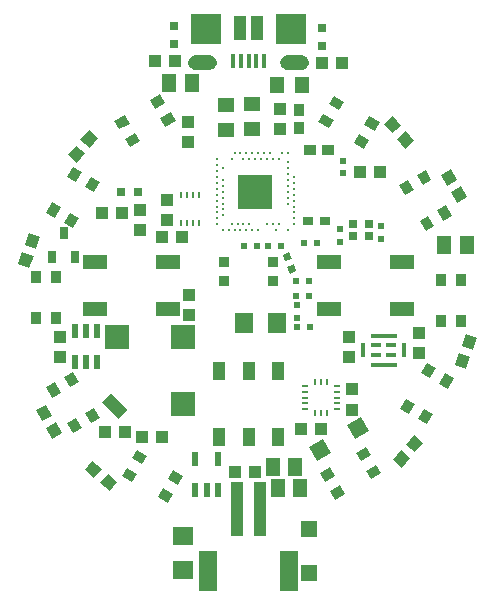
<source format=gbr>
G04 EAGLE Gerber RS-274X export*
G75*
%MOMM*%
%FSLAX34Y34*%
%LPD*%
%INSolderpaste Top*%
%IPPOS*%
%AMOC8*
5,1,8,0,0,1.08239X$1,22.5*%
G01*
%ADD10R,1.240000X1.500000*%
%ADD11R,1.075000X1.000000*%
%ADD12R,0.800000X0.800000*%
%ADD13R,0.900000X0.900000*%
%ADD14R,1.000000X1.075000*%
%ADD15R,1.000000X2.000000*%
%ADD16R,2.500000X2.500000*%
%ADD17R,0.300000X1.250000*%
%ADD18R,1.000000X4.600000*%
%ADD19R,1.600000X3.400000*%
%ADD20R,1.400000X1.400000*%
%ADD21R,1.400000X1.400000*%
%ADD22R,1.000000X1.500000*%
%ADD23R,2.000000X1.200000*%
%ADD24R,0.850000X1.000000*%
%ADD25R,0.500000X0.250000*%
%ADD26R,0.250000X0.500000*%
%ADD27R,0.600000X0.600000*%
%ADD28R,0.550000X1.200000*%
%ADD29R,2.000000X2.000000*%
%ADD30R,2.000000X1.000000*%
%ADD31R,1.803000X1.600000*%
%ADD32R,0.450000X1.200000*%
%ADD33R,2.200000X0.450000*%
%ADD34R,0.950000X0.450000*%
%ADD35R,3.000000X3.000000*%
%ADD36C,0.300000*%
%ADD37R,0.750000X0.700000*%
%ADD38R,1.200000X1.350000*%
%ADD39R,0.850000X0.800000*%
%ADD40R,1.350000X1.200000*%
%ADD41R,1.050000X0.900000*%
%ADD42R,0.900000X1.050000*%
%ADD43R,1.600000X1.800000*%
%ADD44R,0.275000X0.500000*%
%ADD45R,0.600000X0.600000*%
%ADD46R,0.635000X1.016000*%

G36*
X-33485Y193149D02*
X-33485Y193149D01*
X-33465Y193147D01*
X-32339Y193208D01*
X-32292Y193220D01*
X-32216Y193227D01*
X-31123Y193508D01*
X-31079Y193528D01*
X-31006Y193550D01*
X-29989Y194038D01*
X-29950Y194067D01*
X-29883Y194103D01*
X-28980Y194780D01*
X-28947Y194815D01*
X-28889Y194864D01*
X-28136Y195704D01*
X-28110Y195745D01*
X-28062Y195805D01*
X-27488Y196776D01*
X-27471Y196821D01*
X-27435Y196888D01*
X-27061Y197953D01*
X-27053Y198000D01*
X-27031Y198074D01*
X-26872Y199190D01*
X-26873Y199218D01*
X-26872Y199370D01*
X-27031Y200487D01*
X-27046Y200532D01*
X-27061Y200607D01*
X-27435Y201672D01*
X-27459Y201714D01*
X-27488Y201784D01*
X-28062Y202755D01*
X-28094Y202792D01*
X-28136Y202856D01*
X-28889Y203696D01*
X-28927Y203726D01*
X-28980Y203780D01*
X-29883Y204457D01*
X-29926Y204479D01*
X-29989Y204522D01*
X-31006Y205010D01*
X-31053Y205023D01*
X-31123Y205052D01*
X-32216Y205333D01*
X-32264Y205336D01*
X-32339Y205352D01*
X-33465Y205413D01*
X-33481Y205411D01*
X-33500Y205414D01*
X-44500Y205414D01*
X-44515Y205412D01*
X-44535Y205413D01*
X-45661Y205352D01*
X-45708Y205341D01*
X-45784Y205333D01*
X-46877Y205052D01*
X-46921Y205032D01*
X-46994Y205010D01*
X-48011Y204522D01*
X-48050Y204494D01*
X-48117Y204457D01*
X-49020Y203780D01*
X-49053Y203745D01*
X-49111Y203696D01*
X-49864Y202856D01*
X-49890Y202815D01*
X-49938Y202755D01*
X-50512Y201784D01*
X-50529Y201739D01*
X-50565Y201672D01*
X-50939Y200607D01*
X-50947Y200560D01*
X-50969Y200487D01*
X-51128Y199370D01*
X-51128Y199369D01*
X-51127Y199182D01*
X-50927Y197908D01*
X-50910Y197861D01*
X-50889Y197772D01*
X-50411Y196575D01*
X-50384Y196532D01*
X-50344Y196450D01*
X-49612Y195389D01*
X-49576Y195353D01*
X-49518Y195282D01*
X-48568Y194411D01*
X-48526Y194384D01*
X-48453Y194327D01*
X-47333Y193690D01*
X-47286Y193673D01*
X-47203Y193634D01*
X-45969Y193261D01*
X-45919Y193256D01*
X-45829Y193236D01*
X-44544Y193147D01*
X-44524Y193149D01*
X-44500Y193146D01*
X-33500Y193146D01*
X-33485Y193149D01*
G37*
G36*
X44515Y193149D02*
X44515Y193149D01*
X44535Y193147D01*
X45661Y193208D01*
X45708Y193220D01*
X45784Y193227D01*
X46877Y193508D01*
X46921Y193528D01*
X46994Y193550D01*
X48011Y194038D01*
X48050Y194067D01*
X48117Y194103D01*
X49020Y194780D01*
X49053Y194815D01*
X49111Y194864D01*
X49864Y195704D01*
X49890Y195745D01*
X49938Y195805D01*
X50512Y196776D01*
X50529Y196821D01*
X50565Y196888D01*
X50939Y197953D01*
X50947Y198000D01*
X50969Y198074D01*
X51128Y199190D01*
X51127Y199218D01*
X51128Y199370D01*
X50969Y200487D01*
X50954Y200532D01*
X50939Y200607D01*
X50565Y201672D01*
X50541Y201714D01*
X50512Y201784D01*
X49938Y202755D01*
X49906Y202792D01*
X49864Y202856D01*
X49111Y203696D01*
X49074Y203726D01*
X49020Y203780D01*
X48117Y204457D01*
X48074Y204479D01*
X48011Y204522D01*
X46994Y205010D01*
X46947Y205023D01*
X46877Y205052D01*
X45784Y205333D01*
X45736Y205336D01*
X45661Y205352D01*
X44535Y205413D01*
X44519Y205411D01*
X44500Y205414D01*
X33500Y205414D01*
X33485Y205412D01*
X33465Y205413D01*
X32339Y205352D01*
X32292Y205341D01*
X32216Y205333D01*
X31123Y205052D01*
X31079Y205032D01*
X31006Y205010D01*
X29989Y204522D01*
X29950Y204494D01*
X29883Y204457D01*
X28980Y203780D01*
X28947Y203745D01*
X28889Y203696D01*
X28136Y202856D01*
X28110Y202815D01*
X28062Y202755D01*
X27488Y201784D01*
X27471Y201739D01*
X27435Y201672D01*
X27061Y200607D01*
X27053Y200560D01*
X27031Y200487D01*
X26872Y199370D01*
X26872Y199369D01*
X26873Y199182D01*
X27073Y197908D01*
X27090Y197861D01*
X27111Y197772D01*
X27589Y196575D01*
X27616Y196532D01*
X27656Y196450D01*
X28388Y195389D01*
X28424Y195353D01*
X28482Y195282D01*
X29432Y194411D01*
X29474Y194384D01*
X29547Y194327D01*
X30667Y193690D01*
X30714Y193673D01*
X30797Y193634D01*
X32031Y193261D01*
X32081Y193256D01*
X32171Y193236D01*
X33456Y193147D01*
X33476Y193149D01*
X33500Y193146D01*
X44500Y193146D01*
X44515Y193149D01*
G37*
D10*
X39345Y-142875D03*
X20345Y-142875D03*
D11*
X-62366Y200254D03*
X-79366Y200254D03*
D12*
X-63500Y229750D03*
X-63500Y214750D03*
X62230Y228480D03*
X62230Y213480D03*
D13*
X-20500Y14606D03*
X-20500Y30606D03*
X20500Y30606D03*
X20500Y14606D03*
D14*
X-50800Y-14850D03*
X-50800Y2150D03*
D11*
X79493Y199187D03*
X62493Y199187D03*
D15*
X7500Y228280D03*
X-7500Y228280D03*
D16*
X36000Y227280D03*
X-36000Y227280D03*
D17*
X13000Y200530D03*
X6500Y200530D03*
X0Y200530D03*
X-6500Y200530D03*
X-13000Y200530D03*
D18*
X10000Y-178900D03*
X-10000Y-178900D03*
D19*
X34000Y-230900D03*
X-34000Y-230900D03*
D20*
G36*
X63112Y-119331D02*
X70112Y-131455D01*
X57988Y-138455D01*
X50988Y-126331D01*
X63112Y-119331D01*
G37*
G36*
X95155Y-100831D02*
X102155Y-112955D01*
X90031Y-119955D01*
X83031Y-107831D01*
X95155Y-100831D01*
G37*
D21*
X51435Y-233130D03*
X51435Y-196130D03*
D11*
X-11675Y-147320D03*
X5325Y-147320D03*
D10*
X43790Y-161290D03*
X24790Y-161290D03*
D22*
X-25000Y-62170D03*
X0Y-62170D03*
X25000Y-62170D03*
X25000Y-118170D03*
X0Y-118170D03*
X-25000Y-118170D03*
D23*
X-68060Y-9840D03*
X-130060Y-9840D03*
X-130060Y30160D03*
X-68060Y30160D03*
X130060Y-9840D03*
X68060Y-9840D03*
X68060Y30160D03*
X130060Y30160D03*
D24*
G36*
X133622Y-85605D02*
X140982Y-89855D01*
X135982Y-98515D01*
X128622Y-94265D01*
X133622Y-85605D01*
G37*
G36*
X151122Y-55295D02*
X158482Y-59545D01*
X153482Y-68205D01*
X146122Y-63955D01*
X151122Y-55295D01*
G37*
G36*
X148778Y-94355D02*
X156138Y-98605D01*
X151138Y-107265D01*
X143778Y-103015D01*
X148778Y-94355D01*
G37*
G36*
X166278Y-64045D02*
X173638Y-68295D01*
X168638Y-76955D01*
X161278Y-72705D01*
X166278Y-64045D01*
G37*
G36*
X69035Y-143582D02*
X73285Y-150942D01*
X64625Y-155942D01*
X60375Y-148582D01*
X69035Y-143582D01*
G37*
G36*
X99345Y-126082D02*
X103595Y-133442D01*
X94935Y-138442D01*
X90685Y-131082D01*
X99345Y-126082D01*
G37*
G36*
X77785Y-158738D02*
X82035Y-166098D01*
X73375Y-171098D01*
X69125Y-163738D01*
X77785Y-158738D01*
G37*
G36*
X108095Y-141238D02*
X112345Y-148598D01*
X103685Y-153598D01*
X99435Y-146238D01*
X108095Y-141238D01*
G37*
X162700Y-20040D03*
X162700Y14960D03*
X180200Y-20040D03*
X180200Y14960D03*
G36*
X144852Y65225D02*
X152212Y69475D01*
X157212Y60815D01*
X149852Y56565D01*
X144852Y65225D01*
G37*
G36*
X127352Y95535D02*
X134712Y99785D01*
X139712Y91125D01*
X132352Y86875D01*
X127352Y95535D01*
G37*
G36*
X160008Y73975D02*
X167368Y78225D01*
X172368Y69565D01*
X165008Y65315D01*
X160008Y73975D01*
G37*
G36*
X142508Y104285D02*
X149868Y108535D01*
X154868Y99875D01*
X147508Y95625D01*
X142508Y104285D01*
G37*
G36*
X89415Y131082D02*
X93665Y138442D01*
X102325Y133442D01*
X98075Y126082D01*
X89415Y131082D01*
G37*
G36*
X59105Y148582D02*
X63355Y155942D01*
X72015Y150942D01*
X67765Y143582D01*
X59105Y148582D01*
G37*
G36*
X98165Y146238D02*
X102415Y153598D01*
X111075Y148598D01*
X106825Y141238D01*
X98165Y146238D01*
G37*
G36*
X67855Y163738D02*
X72105Y171098D01*
X80765Y166098D01*
X76515Y158738D01*
X67855Y163738D01*
G37*
G36*
X-70305Y144852D02*
X-74555Y152212D01*
X-65895Y157212D01*
X-61645Y149852D01*
X-70305Y144852D01*
G37*
G36*
X-100615Y127352D02*
X-104865Y134712D01*
X-96205Y139712D01*
X-91955Y132352D01*
X-100615Y127352D01*
G37*
G36*
X-79055Y160008D02*
X-83305Y167368D01*
X-74645Y172368D01*
X-70395Y165008D01*
X-79055Y160008D01*
G37*
G36*
X-109365Y142508D02*
X-113615Y149868D01*
X-104955Y154868D01*
X-100705Y147508D01*
X-109365Y142508D01*
G37*
G36*
X-131082Y89415D02*
X-138442Y93665D01*
X-133442Y102325D01*
X-126082Y98075D01*
X-131082Y89415D01*
G37*
G36*
X-148582Y59105D02*
X-155942Y63355D01*
X-150942Y72015D01*
X-143582Y67765D01*
X-148582Y59105D01*
G37*
G36*
X-146238Y98165D02*
X-153598Y102415D01*
X-148598Y111075D01*
X-141238Y106825D01*
X-146238Y98165D01*
G37*
G36*
X-163738Y67855D02*
X-171098Y72105D01*
X-166098Y80765D01*
X-158738Y76515D01*
X-163738Y67855D01*
G37*
X-162700Y17500D03*
X-162700Y-17500D03*
X-180200Y17500D03*
X-180200Y-17500D03*
G36*
X-143582Y-71575D02*
X-150942Y-75825D01*
X-155942Y-67165D01*
X-148582Y-62915D01*
X-143582Y-71575D01*
G37*
G36*
X-126082Y-101885D02*
X-133442Y-106135D01*
X-138442Y-97475D01*
X-131082Y-93225D01*
X-126082Y-101885D01*
G37*
G36*
X-158738Y-80325D02*
X-166098Y-84575D01*
X-171098Y-75915D01*
X-163738Y-71665D01*
X-158738Y-80325D01*
G37*
G36*
X-141238Y-110635D02*
X-148598Y-114885D01*
X-153598Y-106225D01*
X-146238Y-101975D01*
X-141238Y-110635D01*
G37*
G36*
X-85605Y-133622D02*
X-89855Y-140982D01*
X-98515Y-135982D01*
X-94265Y-128622D01*
X-85605Y-133622D01*
G37*
G36*
X-55295Y-151122D02*
X-59545Y-158482D01*
X-68205Y-153482D01*
X-63955Y-146122D01*
X-55295Y-151122D01*
G37*
G36*
X-94355Y-148778D02*
X-98605Y-156138D01*
X-107265Y-151138D01*
X-103015Y-143778D01*
X-94355Y-148778D01*
G37*
G36*
X-64045Y-166278D02*
X-68295Y-173638D01*
X-76955Y-168638D01*
X-72705Y-161278D01*
X-64045Y-166278D01*
G37*
D25*
X75095Y-94455D03*
X75095Y-89455D03*
X75095Y-84455D03*
X75095Y-79455D03*
X75095Y-74455D03*
D26*
X66595Y-70955D03*
X61595Y-70955D03*
X56595Y-70955D03*
D25*
X48095Y-74455D03*
X48095Y-79455D03*
X48095Y-84455D03*
X48095Y-89455D03*
X48095Y-94455D03*
D26*
X56595Y-97955D03*
X61595Y-97955D03*
X66595Y-97955D03*
D12*
X-108338Y89408D03*
X-93338Y89408D03*
D14*
X-92253Y57743D03*
X-92253Y74743D03*
D27*
X80213Y106070D03*
X80213Y116230D03*
D11*
X111065Y106248D03*
X94065Y106248D03*
D28*
X-45060Y-162861D03*
X-35560Y-162861D03*
X-26060Y-162861D03*
X-26060Y-136859D03*
X-45060Y-136859D03*
D29*
X-111185Y-33595D03*
X-55185Y-33595D03*
X-55185Y-89595D03*
D30*
G36*
X-116720Y-80989D02*
X-102579Y-95130D01*
X-109650Y-102201D01*
X-123791Y-88060D01*
X-116720Y-80989D01*
G37*
D11*
X-124407Y71452D03*
X-107407Y71452D03*
D14*
X144145Y-29727D03*
X144145Y-46727D03*
D31*
X-55245Y-201680D03*
X-55245Y-230120D03*
D32*
X131800Y-44450D03*
X96800Y-44450D03*
D33*
X114300Y-56950D03*
X114300Y-31950D03*
D34*
X108050Y-48700D03*
X108050Y-40200D03*
X120550Y-40200D03*
X120550Y-48700D03*
D11*
X-73339Y-117983D03*
X-90339Y-117983D03*
D28*
X-128295Y-28275D03*
X-137795Y-28275D03*
X-147295Y-28275D03*
X-147295Y-54275D03*
X-137795Y-54275D03*
X-128295Y-54275D03*
D11*
X-104530Y-113665D03*
X-121530Y-113665D03*
D14*
X-160020Y-50410D03*
X-160020Y-33410D03*
X87732Y-77581D03*
X87732Y-94581D03*
X85090Y-49775D03*
X85090Y-32775D03*
D35*
X5715Y89789D03*
D36*
X5715Y117289D03*
X10715Y117289D03*
X15715Y117289D03*
X20715Y117289D03*
X25715Y117289D03*
X28215Y122289D03*
X18215Y122289D03*
X13215Y122289D03*
X8215Y122289D03*
X3215Y122289D03*
X715Y117289D03*
X-4285Y117289D03*
X-1785Y122289D03*
X-6785Y122289D03*
X-11785Y122289D03*
X-14285Y117289D03*
X-26785Y117289D03*
X-26785Y112289D03*
X-21785Y109789D03*
X-26785Y107289D03*
X-26785Y102289D03*
X-26785Y97289D03*
X-26785Y92289D03*
X-26785Y87289D03*
X-26785Y82289D03*
X-26785Y77289D03*
X-26785Y72289D03*
X-26785Y67289D03*
X-26785Y62289D03*
X-21785Y69789D03*
X-21785Y74789D03*
X-21785Y79789D03*
X-21785Y84789D03*
X-21785Y89789D03*
X-21785Y94789D03*
X-21785Y99789D03*
X-14285Y62289D03*
X-16785Y57289D03*
X-21785Y57289D03*
X-11785Y57289D03*
X-9285Y62289D03*
X-6785Y57289D03*
X-4285Y62289D03*
X715Y62289D03*
X-1785Y57289D03*
X3215Y57289D03*
X8215Y57289D03*
X15715Y62289D03*
X20715Y62289D03*
X23215Y57289D03*
X25715Y62289D03*
X33215Y57289D03*
X33215Y122289D03*
X33215Y109789D03*
X33215Y104789D03*
X33215Y99789D03*
X38215Y97289D03*
X33215Y94789D03*
X38215Y92289D03*
X33215Y89789D03*
X38215Y87289D03*
X33215Y84789D03*
X38215Y82289D03*
X33215Y79789D03*
X38215Y77289D03*
X38215Y72289D03*
X38215Y67289D03*
X38215Y62289D03*
X33215Y114789D03*
X38215Y102289D03*
D27*
X40767Y-6438D03*
X40767Y-17438D03*
X40601Y1143D03*
X51601Y1143D03*
X40728Y-25019D03*
X51728Y-25019D03*
D37*
X88525Y52252D03*
X102025Y52252D03*
X102025Y62252D03*
X88525Y62252D03*
D27*
X112547Y60567D03*
X112547Y49567D03*
X77140Y57926D03*
X77140Y46926D03*
X46672Y46558D03*
X57672Y46558D03*
X6770Y43688D03*
X-4230Y43688D03*
D38*
X23925Y180340D03*
X44925Y180340D03*
D39*
X50404Y64872D03*
X64404Y64872D03*
D40*
X-19177Y142060D03*
X-19177Y163060D03*
X3251Y142772D03*
X3251Y163772D03*
D41*
X67690Y125095D03*
X51690Y125095D03*
D42*
X42672Y143384D03*
X42672Y159384D03*
D43*
X24160Y-21717D03*
X-3840Y-21717D03*
D44*
X-57030Y63184D03*
X-52030Y63184D03*
X-47030Y63184D03*
X-42030Y63184D03*
X-57030Y87184D03*
X-52030Y87184D03*
X-47030Y87184D03*
X-42030Y87184D03*
D11*
G36*
X133347Y140875D02*
X140257Y132641D01*
X132597Y126213D01*
X125687Y134447D01*
X133347Y140875D01*
G37*
G36*
X122419Y153898D02*
X129329Y145664D01*
X121669Y139236D01*
X114759Y147470D01*
X122419Y153898D01*
G37*
G36*
X179882Y94535D02*
X185257Y85227D01*
X176598Y80227D01*
X171223Y89535D01*
X179882Y94535D01*
G37*
G36*
X171382Y109257D02*
X176757Y99949D01*
X168098Y94949D01*
X162723Y104257D01*
X171382Y109257D01*
G37*
G36*
X180521Y-40819D02*
X184197Y-30719D01*
X193593Y-34139D01*
X189917Y-44239D01*
X180521Y-40819D01*
G37*
G36*
X174707Y-56793D02*
X178383Y-46693D01*
X187779Y-50113D01*
X184103Y-60213D01*
X174707Y-56793D01*
G37*
G36*
X133096Y-124385D02*
X140006Y-116151D01*
X147666Y-122579D01*
X140756Y-130813D01*
X133096Y-124385D01*
G37*
G36*
X122168Y-137408D02*
X129078Y-129174D01*
X136738Y-135602D01*
X129828Y-143836D01*
X122168Y-137408D01*
G37*
G36*
X-142283Y133624D02*
X-135373Y141858D01*
X-127713Y135430D01*
X-134623Y127196D01*
X-142283Y133624D01*
G37*
G36*
X-153211Y120602D02*
X-146301Y128836D01*
X-138641Y122408D01*
X-145551Y114174D01*
X-153211Y120602D01*
G37*
G36*
X-189227Y44729D02*
X-185551Y54829D01*
X-176155Y51409D01*
X-179831Y41309D01*
X-189227Y44729D01*
G37*
G36*
X-195041Y28754D02*
X-191365Y38854D01*
X-181969Y35434D01*
X-185645Y25334D01*
X-195041Y28754D01*
G37*
G36*
X-174802Y-104695D02*
X-180177Y-95387D01*
X-171518Y-90387D01*
X-166143Y-99695D01*
X-174802Y-104695D01*
G37*
G36*
X-166302Y-119417D02*
X-171677Y-110109D01*
X-163018Y-105109D01*
X-157643Y-114417D01*
X-166302Y-119417D01*
G37*
G36*
X-130565Y-152979D02*
X-138799Y-146069D01*
X-132371Y-138409D01*
X-124137Y-145319D01*
X-130565Y-152979D01*
G37*
G36*
X-117542Y-163906D02*
X-125776Y-156996D01*
X-119348Y-149336D01*
X-111114Y-156246D01*
X-117542Y-163906D01*
G37*
D45*
G36*
X31006Y30871D02*
X28954Y36509D01*
X34592Y38561D01*
X36644Y32923D01*
X31006Y30871D01*
G37*
G36*
X34768Y20534D02*
X32716Y26172D01*
X38354Y28224D01*
X40406Y22586D01*
X34768Y20534D01*
G37*
D27*
X16852Y43688D03*
X27852Y43688D03*
X40220Y14478D03*
X51220Y14478D03*
D11*
X61205Y-111125D03*
X44205Y-111125D03*
D10*
X184862Y44907D03*
X165862Y44907D03*
D46*
X-156566Y54450D03*
X-147066Y34450D03*
X-166066Y34450D03*
D14*
X-51410Y148962D03*
X-51410Y131962D03*
D10*
X-66929Y181788D03*
X-47929Y181788D03*
D14*
X26949Y160138D03*
X26949Y143138D03*
X-69012Y65693D03*
X-69012Y82693D03*
D11*
X-72965Y51130D03*
X-55965Y51130D03*
M02*

</source>
